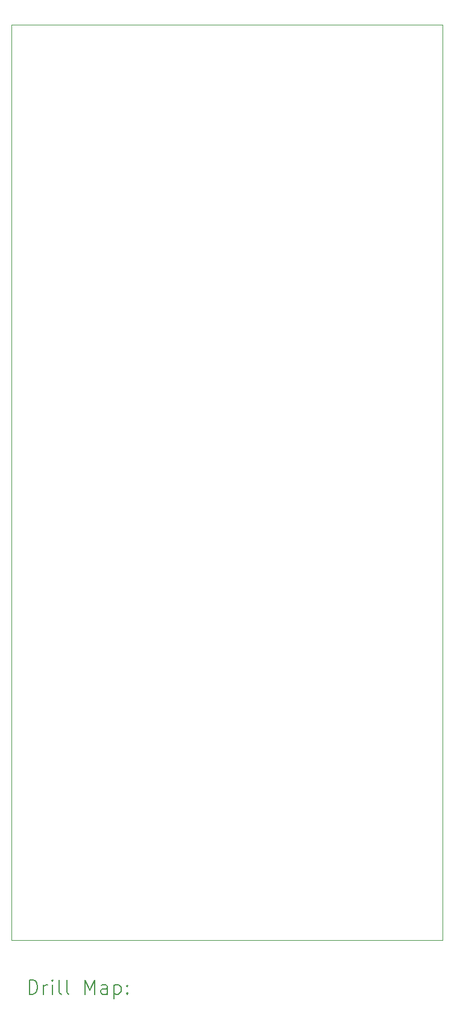
<source format=gbr>
%TF.GenerationSoftware,KiCad,Pcbnew,7.0.8*%
%TF.CreationDate,2024-09-22T21:48:42-04:00*%
%TF.ProjectId,lichen-four-panel,6c696368-656e-42d6-966f-75722d70616e,rev?*%
%TF.SameCoordinates,Original*%
%TF.FileFunction,Drillmap*%
%TF.FilePolarity,Positive*%
%FSLAX45Y45*%
G04 Gerber Fmt 4.5, Leading zero omitted, Abs format (unit mm)*
G04 Created by KiCad (PCBNEW 7.0.8) date 2024-09-22 21:48:42*
%MOMM*%
%LPD*%
G01*
G04 APERTURE LIST*
%ADD10C,0.100000*%
%ADD11C,0.200000*%
G04 APERTURE END LIST*
D10*
X10000000Y-10000000D02*
X16060000Y-10000000D01*
X16060000Y-22850000D01*
X10000000Y-22850000D01*
X10000000Y-10000000D01*
D11*
X10255777Y-23605484D02*
X10255777Y-23405484D01*
X10255777Y-23405484D02*
X10303396Y-23405484D01*
X10303396Y-23405484D02*
X10331967Y-23415008D01*
X10331967Y-23415008D02*
X10351015Y-23434055D01*
X10351015Y-23434055D02*
X10360539Y-23453103D01*
X10360539Y-23453103D02*
X10370063Y-23491198D01*
X10370063Y-23491198D02*
X10370063Y-23519769D01*
X10370063Y-23519769D02*
X10360539Y-23557865D01*
X10360539Y-23557865D02*
X10351015Y-23576912D01*
X10351015Y-23576912D02*
X10331967Y-23595960D01*
X10331967Y-23595960D02*
X10303396Y-23605484D01*
X10303396Y-23605484D02*
X10255777Y-23605484D01*
X10455777Y-23605484D02*
X10455777Y-23472150D01*
X10455777Y-23510246D02*
X10465301Y-23491198D01*
X10465301Y-23491198D02*
X10474824Y-23481674D01*
X10474824Y-23481674D02*
X10493872Y-23472150D01*
X10493872Y-23472150D02*
X10512920Y-23472150D01*
X10579586Y-23605484D02*
X10579586Y-23472150D01*
X10579586Y-23405484D02*
X10570063Y-23415008D01*
X10570063Y-23415008D02*
X10579586Y-23424531D01*
X10579586Y-23424531D02*
X10589110Y-23415008D01*
X10589110Y-23415008D02*
X10579586Y-23405484D01*
X10579586Y-23405484D02*
X10579586Y-23424531D01*
X10703396Y-23605484D02*
X10684348Y-23595960D01*
X10684348Y-23595960D02*
X10674824Y-23576912D01*
X10674824Y-23576912D02*
X10674824Y-23405484D01*
X10808158Y-23605484D02*
X10789110Y-23595960D01*
X10789110Y-23595960D02*
X10779586Y-23576912D01*
X10779586Y-23576912D02*
X10779586Y-23405484D01*
X11036729Y-23605484D02*
X11036729Y-23405484D01*
X11036729Y-23405484D02*
X11103396Y-23548341D01*
X11103396Y-23548341D02*
X11170063Y-23405484D01*
X11170063Y-23405484D02*
X11170063Y-23605484D01*
X11351015Y-23605484D02*
X11351015Y-23500722D01*
X11351015Y-23500722D02*
X11341491Y-23481674D01*
X11341491Y-23481674D02*
X11322443Y-23472150D01*
X11322443Y-23472150D02*
X11284348Y-23472150D01*
X11284348Y-23472150D02*
X11265301Y-23481674D01*
X11351015Y-23595960D02*
X11331967Y-23605484D01*
X11331967Y-23605484D02*
X11284348Y-23605484D01*
X11284348Y-23605484D02*
X11265301Y-23595960D01*
X11265301Y-23595960D02*
X11255777Y-23576912D01*
X11255777Y-23576912D02*
X11255777Y-23557865D01*
X11255777Y-23557865D02*
X11265301Y-23538817D01*
X11265301Y-23538817D02*
X11284348Y-23529293D01*
X11284348Y-23529293D02*
X11331967Y-23529293D01*
X11331967Y-23529293D02*
X11351015Y-23519769D01*
X11446253Y-23472150D02*
X11446253Y-23672150D01*
X11446253Y-23481674D02*
X11465301Y-23472150D01*
X11465301Y-23472150D02*
X11503396Y-23472150D01*
X11503396Y-23472150D02*
X11522443Y-23481674D01*
X11522443Y-23481674D02*
X11531967Y-23491198D01*
X11531967Y-23491198D02*
X11541491Y-23510246D01*
X11541491Y-23510246D02*
X11541491Y-23567388D01*
X11541491Y-23567388D02*
X11531967Y-23586436D01*
X11531967Y-23586436D02*
X11522443Y-23595960D01*
X11522443Y-23595960D02*
X11503396Y-23605484D01*
X11503396Y-23605484D02*
X11465301Y-23605484D01*
X11465301Y-23605484D02*
X11446253Y-23595960D01*
X11627205Y-23586436D02*
X11636729Y-23595960D01*
X11636729Y-23595960D02*
X11627205Y-23605484D01*
X11627205Y-23605484D02*
X11617682Y-23595960D01*
X11617682Y-23595960D02*
X11627205Y-23586436D01*
X11627205Y-23586436D02*
X11627205Y-23605484D01*
X11627205Y-23481674D02*
X11636729Y-23491198D01*
X11636729Y-23491198D02*
X11627205Y-23500722D01*
X11627205Y-23500722D02*
X11617682Y-23491198D01*
X11617682Y-23491198D02*
X11627205Y-23481674D01*
X11627205Y-23481674D02*
X11627205Y-23500722D01*
M02*

</source>
